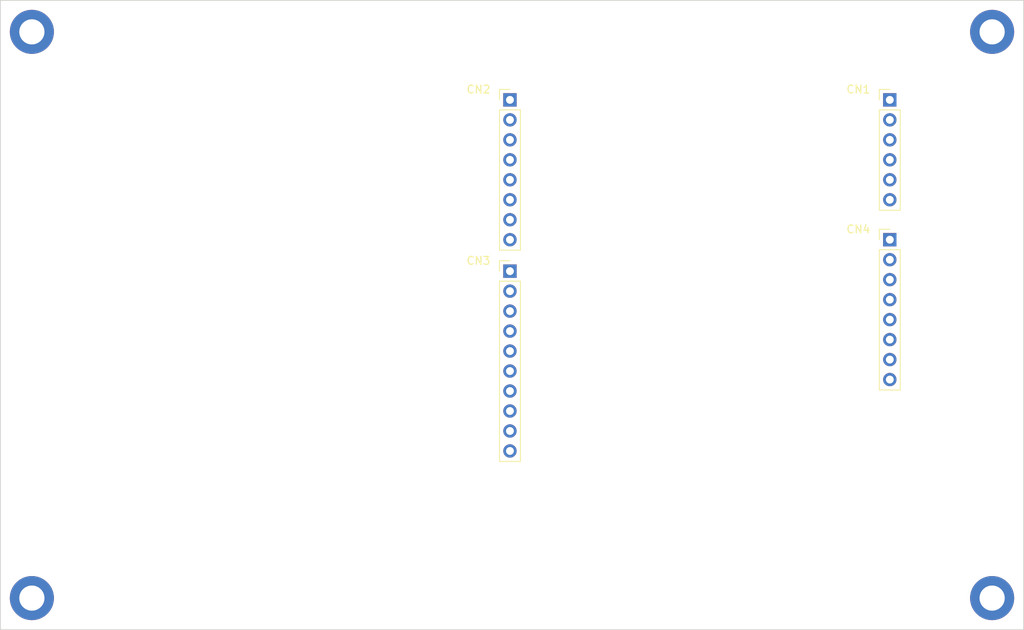
<source format=kicad_pcb>
(kicad_pcb (version 20221018) (generator pcbnew)
  (layers (0 "F.Cu" signal) (31 "B.Cu" signal) (34 "B.Paste" user) (35 "F.Paste" user) (36 "B.SilkS" user "B.Silkscreen") (37 "F.SilkS" user "F.Silkscreen") (38 "B.Mask" user) (39 "F.Mask" user) (44 "Edge.Cuts" user))
  (net 0 "")
  (footprint "Connector_PinHeader_2.54mm:PinHeader_1x08_P2.54mm_Vertical" (layer "F.Cu") (at 187.75 86.68)
    (fp_text reference "CN4" (at -4 -1.33) (layer "F.SilkS"))
    (fp_text value "PinHeader_1x08_P2.54mm_Vertical" hide)
    (fp_line (start -1.33 -1.33) (end 0 -1.33) (stroke (width 0.12)) (layer "F.SilkS"))
    (fp_line (start -1.33 0) (end -1.33 -1.33) (stroke (width 0.12)) (layer "F.SilkS"))
    (fp_line (start -1.33 1.27) (end -1.33 19.11) (stroke (width 0.12)) (layer "F.SilkS"))
    (fp_line (start -1.33 1.27) (end 1.33 1.27) (stroke (width 0.12)) (layer "F.SilkS"))
    (fp_line (start -1.33 19.11) (end 1.33 19.11) (stroke (width 0.12)) (layer "F.SilkS"))
    (fp_line (start 1.33 1.27) (end 1.33 19.11) (stroke (width 0.12)) (layer "F.SilkS"))
    (pad "1" thru_hole rect locked (at 0 0) (size 1.7 1.7) (drill 1) (layers "*.Cu" "*.Mask"))
    (pad "2" thru_hole oval locked (at 0 2.54) (size 1.7 1.7) (drill 1) (layers "*.Cu" "*.Mask"))
    (pad "3" thru_hole oval locked (at 0 5.08) (size 1.7 1.7) (drill 1) (layers "*.Cu" "*.Mask"))
    (pad "4" thru_hole oval locked (at 0 7.62) (size 1.7 1.7) (drill 1) (layers "*.Cu" "*.Mask"))
    (pad "5" thru_hole oval locked (at 0 10.16) (size 1.7 1.7) (drill 1) (layers "*.Cu" "*.Mask"))
    (pad "6" thru_hole oval locked (at 0 12.7) (size 1.7 1.7) (drill 1) (layers "*.Cu" "*.Mask"))
    (pad "7" thru_hole oval locked (at 0 15.24) (size 1.7 1.7) (drill 1) (layers "*.Cu" "*.Mask"))
    (pad "8" thru_hole oval locked (at 0 17.78) (size 1.7 1.7) (drill 1) (layers "*.Cu" "*.Mask"))
  )
  (footprint "MountingHole:MountingHole_3.2mm_M3_DIN965_Pad_TopBottom" (layer "F.Cu") (at 200.75 60.25)
    (fp_text reference "REF**" hide)
    (fp_text value "MountingHole_3.2mm_M3_DIN965_Pad_TopBottom" hide)
    (pad "1" thru_hole circle locked (at 0 0) (size 3.6 3.6) (drill 3.2) (layers "*.Cu" "*.Mask"))
    (pad "1" connect circle locked (at 0 0) (size 5.6 5.6) (layers "F.Cu" "F.Mask"))
    (pad "1" connect circle locked (at 0 0) (size 5.6 5.6) (layers "B.Cu" "B.Mask"))
  )
  (footprint "MountingHole:MountingHole_3.2mm_M3_DIN965_Pad_TopBottom" (layer "F.Cu") (at 78.75 132.25)
    (fp_text reference "REF**" hide)
    (fp_text value "MountingHole_3.2mm_M3_DIN965_Pad_TopBottom" hide)
    (pad "1" thru_hole circle locked (at 0 0) (size 3.6 3.6) (drill 3.2) (layers "*.Cu" "*.Mask"))
    (pad "1" connect circle locked (at 0 0) (size 5.6 5.6) (layers "F.Cu" "F.Mask"))
    (pad "1" connect circle locked (at 0 0) (size 5.6 5.6) (layers "B.Cu" "B.Mask"))
  )
  (footprint "Connector_PinHeader_2.54mm:PinHeader_1x06_P2.54mm_Vertical" (layer "F.Cu") (at 187.75 68.9)
    (fp_text reference "CN1" (at -4 -1.33) (layer "F.SilkS"))
    (fp_text value "PinHeader_1x06_P2.54mm_Vertical" hide)
    (fp_line (start -1.33 -1.33) (end 0 -1.33) (stroke (width 0.12)) (layer "F.SilkS"))
    (fp_line (start -1.33 0) (end -1.33 -1.33) (stroke (width 0.12)) (layer "F.SilkS"))
    (fp_line (start -1.33 1.27) (end -1.33 14.03) (stroke (width 0.12)) (layer "F.SilkS"))
    (fp_line (start -1.33 1.27) (end 1.33 1.27) (stroke (width 0.12)) (layer "F.SilkS"))
    (fp_line (start -1.33 14.03) (end 1.33 14.03) (stroke (width 0.12)) (layer "F.SilkS"))
    (fp_line (start 1.33 1.27) (end 1.33 14.03) (stroke (width 0.12)) (layer "F.SilkS"))
    (pad "1" thru_hole rect locked (at 0 0) (size 1.7 1.7) (drill 1) (layers "*.Cu" "*.Mask"))
    (pad "2" thru_hole oval locked (at 0 2.54) (size 1.7 1.7) (drill 1) (layers "*.Cu" "*.Mask"))
    (pad "3" thru_hole oval locked (at 0 5.08) (size 1.7 1.7) (drill 1) (layers "*.Cu" "*.Mask"))
    (pad "4" thru_hole oval locked (at 0 7.62) (size 1.7 1.7) (drill 1) (layers "*.Cu" "*.Mask"))
    (pad "5" thru_hole oval locked (at 0 10.16) (size 1.7 1.7) (drill 1) (layers "*.Cu" "*.Mask"))
    (pad "6" thru_hole oval locked (at 0 12.7) (size 1.7 1.7) (drill 1) (layers "*.Cu" "*.Mask"))
  )
  (footprint "Connector_PinHeader_2.54mm:PinHeader_1x08_P2.54mm_Vertical" (layer "F.Cu") (at 139.49 68.9)
    (fp_text reference "CN2" (at -4 -1.33) (layer "F.SilkS"))
    (fp_text value "PinHeader_1x08_P2.54mm_Vertical" hide)
    (fp_line (start -1.33 -1.33) (end 0 -1.33) (stroke (width 0.12)) (layer "F.SilkS"))
    (fp_line (start -1.33 0) (end -1.33 -1.33) (stroke (width 0.12)) (layer "F.SilkS"))
    (fp_line (start -1.33 1.27) (end -1.33 19.11) (stroke (width 0.12)) (layer "F.SilkS"))
    (fp_line (start -1.33 1.27) (end 1.33 1.27) (stroke (width 0.12)) (layer "F.SilkS"))
    (fp_line (start -1.33 19.11) (end 1.33 19.11) (stroke (width 0.12)) (layer "F.SilkS"))
    (fp_line (start 1.33 1.27) (end 1.33 19.11) (stroke (width 0.12)) (layer "F.SilkS"))
    (pad "1" thru_hole rect locked (at 0 0) (size 1.7 1.7) (drill 1) (layers "*.Cu" "*.Mask"))
    (pad "2" thru_hole oval locked (at 0 2.54) (size 1.7 1.7) (drill 1) (layers "*.Cu" "*.Mask"))
    (pad "3" thru_hole oval locked (at 0 5.08) (size 1.7 1.7) (drill 1) (layers "*.Cu" "*.Mask"))
    (pad "4" thru_hole oval locked (at 0 7.62) (size 1.7 1.7) (drill 1) (layers "*.Cu" "*.Mask"))
    (pad "5" thru_hole oval locked (at 0 10.16) (size 1.7 1.7) (drill 1) (layers "*.Cu" "*.Mask"))
    (pad "6" thru_hole oval locked (at 0 12.7) (size 1.7 1.7) (drill 1) (layers "*.Cu" "*.Mask"))
    (pad "7" thru_hole oval locked (at 0 15.24) (size 1.7 1.7) (drill 1) (layers "*.Cu" "*.Mask"))
    (pad "8" thru_hole oval locked (at 0 17.78) (size 1.7 1.7) (drill 1) (layers "*.Cu" "*.Mask"))
  )
  (footprint "Connector_PinHeader_2.54mm:PinHeader_1x10_P2.54mm_Vertical" (layer "F.Cu") (at 139.49 90.68)
    (fp_text reference "CN3" (at -4 -1.33) (layer "F.SilkS"))
    (fp_text value "PinHeader_1x10_P2.54mm_Vertical" hide)
    (fp_line (start -1.33 -1.33) (end 0 -1.33) (stroke (width 0.12)) (layer "F.SilkS"))
    (fp_line (start -1.33 0) (end -1.33 -1.33) (stroke (width 0.12)) (layer "F.SilkS"))
    (fp_line (start -1.33 1.27) (end -1.33 24.19) (stroke (width 0.12)) (layer "F.SilkS"))
    (fp_line (start -1.33 1.27) (end 1.33 1.27) (stroke (width 0.12)) (layer "F.SilkS"))
    (fp_line (start -1.33 24.19) (end 1.33 24.19) (stroke (width 0.12)) (layer "F.SilkS"))
    (fp_line (start 1.33 1.27) (end 1.33 24.19) (stroke (width 0.12)) (layer "F.SilkS"))
    (pad "1" thru_hole rect locked (at 0 0) (size 1.7 1.7) (drill 1) (layers "*.Cu" "*.Mask"))
    (pad "2" thru_hole oval locked (at 0 2.54) (size 1.7 1.7) (drill 1) (layers "*.Cu" "*.Mask"))
    (pad "3" thru_hole oval locked (at 0 5.08) (size 1.7 1.7) (drill 1) (layers "*.Cu" "*.Mask"))
    (pad "4" thru_hole oval locked (at 0 7.62) (size 1.7 1.7) (drill 1) (layers "*.Cu" "*.Mask"))
    (pad "5" thru_hole oval locked (at 0 10.16) (size 1.7 1.7) (drill 1) (layers "*.Cu" "*.Mask"))
    (pad "6" thru_hole oval locked (at 0 12.7) (size 1.7 1.7) (drill 1) (layers "*.Cu" "*.Mask"))
    (pad "7" thru_hole oval locked (at 0 15.24) (size 1.7 1.7) (drill 1) (layers "*.Cu" "*.Mask"))
    (pad "8" thru_hole oval locked (at 0 17.78) (size 1.7 1.7) (drill 1) (layers "*.Cu" "*.Mask"))
    (pad "9" thru_hole oval locked (at 0 20.32) (size 1.7 1.7) (drill 1) (layers "*.Cu" "*.Mask"))
    (pad "10" thru_hole oval locked (at 0 22.86) (size 1.7 1.7) (drill 1) (layers "*.Cu" "*.Mask"))
  )
  (footprint "MountingHole:MountingHole_3.2mm_M3_DIN965_Pad_TopBottom" (layer "F.Cu") (at 78.75 60.25)
    (fp_text reference "REF**" hide)
    (fp_text value "MountingHole_3.2mm_M3_DIN965_Pad_TopBottom" hide)
    (pad "1" thru_hole circle locked (at 0 0) (size 3.6 3.6) (drill 3.2) (layers "*.Cu" "*.Mask"))
    (pad "1" connect circle locked (at 0 0) (size 5.6 5.6) (layers "F.Cu" "F.Mask"))
    (pad "1" connect circle locked (at 0 0) (size 5.6 5.6) (layers "B.Cu" "B.Mask"))
  )
  (footprint "MountingHole:MountingHole_3.2mm_M3_DIN965_Pad_TopBottom" (layer "F.Cu") (at 200.75 132.25)
    (fp_text reference "REF**" hide)
    (fp_text value "MountingHole_3.2mm_M3_DIN965_Pad_TopBottom" hide)
    (pad "1" thru_hole circle locked (at 0 0) (size 3.6 3.6) (drill 3.2) (layers "*.Cu" "*.Mask"))
    (pad "1" connect circle locked (at 0 0) (size 5.6 5.6) (layers "F.Cu" "F.Mask"))
    (pad "1" connect circle locked (at 0 0) (size 5.6 5.6) (layers "B.Cu" "B.Mask"))
  )
  (gr_line (start 74.75 56.25) (end 204.75 56.25) (stroke (width 0.1)) (layer "Edge.Cuts"))
  (gr_line (start 74.75 136.25) (end 74.75 56.25) (stroke (width 0.1)) (layer "Edge.Cuts"))
  (gr_line (start 204.75 56.25) (end 204.75 136.25) (stroke (width 0.1)) (layer "Edge.Cuts"))
  (gr_line (start 204.75 136.25) (end 74.75 136.25) (stroke (width 0.1)) (layer "Edge.Cuts"))
)
</source>
